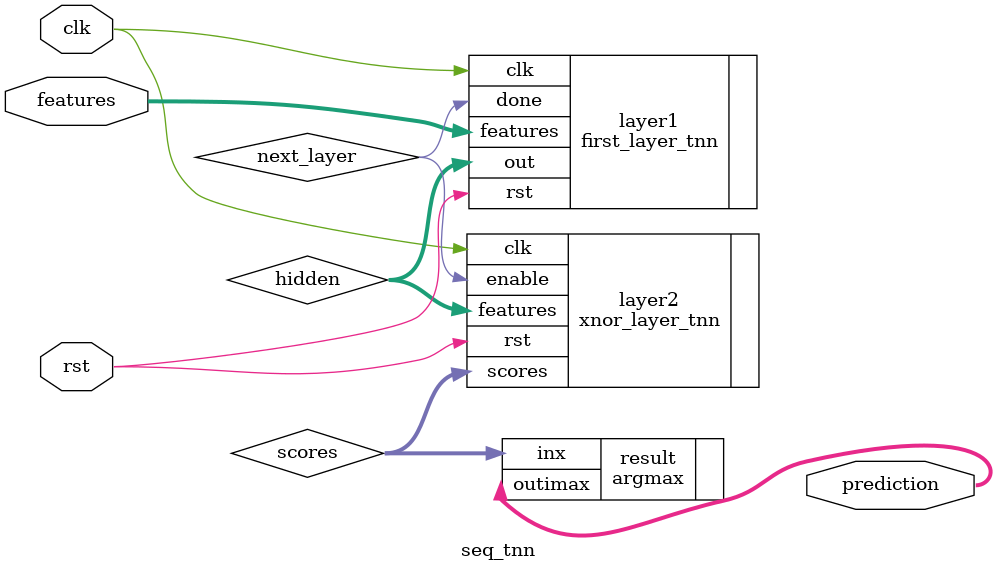
<source format=v>
module seq_tnn #(
  parameter FEAT_CNT = 4,
  parameter FEAT_BITS = 4,
  parameter HIDDEN_CNT = 4,
  parameter CLASS_CNT = 4,
  // First layer weights
  parameter [HIDDEN_CNT*FEAT_CNT-1:0] SPARSE_VALS = 0,
  parameter [HIDDEN_CNT*FEAT_CNT-1:0] MASK = 0,
  parameter [8*HIDDEN_CNT-1:0] NONZERO_CNT = 0,
  // CSR of weight martix
  parameter [((CLASS_CNT+1)*8)-1:0] ROW_PTRS = 40'h0403020100, // Column of non-zeros // Start indices per row
  parameter [7:0] NONZERO_TOTAL = ROW_PTRS[CLASS_CNT*8+:8],
  parameter [NONZERO_TOTAL-1:0] SPARSE_VALS2 = 0,  // Bits of not-zeroes
  parameter [(8*NONZERO_TOTAL)-1:0] COL_INDICES = 0 // Column of non-zeros
  ) (
  input clk,
  input rst,
  input [FEAT_CNT*FEAT_BITS-1:0] features,
  output [$clog2(CLASS_CNT)-1:0] prediction
  );

  
  localparam [(CLASS_CNT*8)-1:0] ROW_DELTA = ROW_PTRS[8+:CLASS_CNT*8] - ROW_PTRS[0+:CLASS_CNT*8];
  localparam [7:0] MAXLEN = maximum(ROW_DELTA);
  localparam SCORE_BITS = $clog2(MAXLEN+1)+2;

function [7:0] maximum(input [CLASS_CNT*8-1:0] vec);
   reg [7:0] max_val;
   reg [7:0] pval;
   integer i;
   begin
      max_val = vec[7:0];
      for(i = 1; i < CLASS_CNT; i = i + 1) begin
        pval = vec[i*8+:8];
        max_val = pval>max_val?pval:max_val;
      end
      maximum=max_val;
   end
endfunction

  wire [HIDDEN_CNT-1:0] hidden;
  wire next_layer;
  wire [SCORE_BITS*CLASS_CNT-1:0] scores;

  genvar i;

  first_layer_tnn #(.FEAT_CNT(FEAT_CNT),.FEAT_BITS(FEAT_BITS),.HIDDEN_CNT(HIDDEN_CNT),
    .SPARSE_VALS(SPARSE_VALS),
    .MASK(MASK),
    .NONZERO_CNT(NONZERO_CNT)
  ) layer1 (
    .clk(clk),
    .rst(rst),
    .features(features),
    .out(hidden),
    .done(next_layer)
  );

 xnor_layer_tnn #(.HIDDEN_CNT(HIDDEN_CNT),.CLASS_CNT(CLASS_CNT),
    .SPARSE_VALS(SPARSE_VALS2),
    .COL_INDICES(COL_INDICES),
    .ROW_PTRS(ROW_PTRS),
    .ROW_DELTA(ROW_DELTA),
    .MAXLEN(MAXLEN),
    .SUM_BITS(SCORE_BITS-2)
 ) layer2 (
    .clk(clk),
    .rst(rst),
    .enable(next_layer),
    .features(hidden),
    .scores(scores)
 );
  
  argmax #(.SIZE(CLASS_CNT),.INDEX_BITS($clog2(CLASS_CNT)),.BITS(SCORE_BITS)) result (
     .inx(scores),
     .outimax(prediction)
  );

endmodule

</source>
